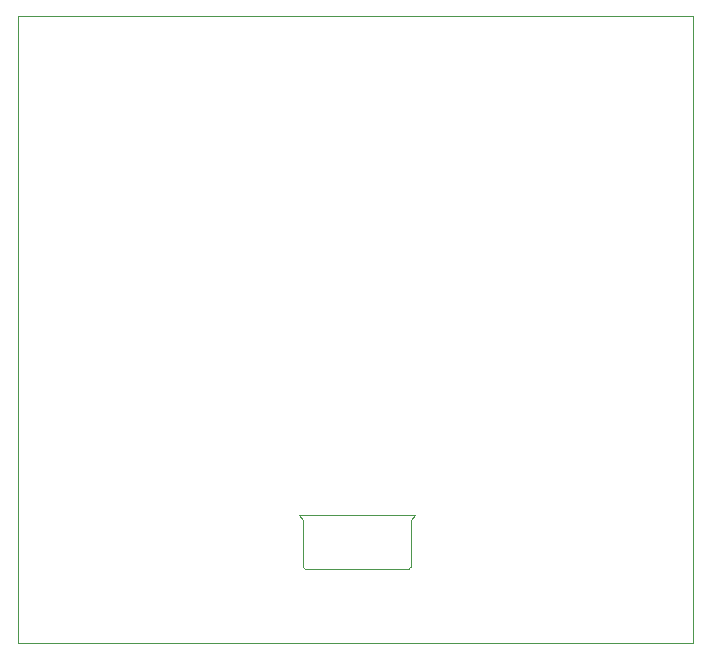
<source format=gbr>
%TF.GenerationSoftware,KiCad,Pcbnew,7.0.5*%
%TF.CreationDate,2023-08-06T14:28:48-05:00*%
%TF.ProjectId,mainv2,6d61696e-7632-42e6-9b69-6361645f7063,rev?*%
%TF.SameCoordinates,Original*%
%TF.FileFunction,Profile,NP*%
%FSLAX46Y46*%
G04 Gerber Fmt 4.6, Leading zero omitted, Abs format (unit mm)*
G04 Created by KiCad (PCBNEW 7.0.5) date 2023-08-06 14:28:48*
%MOMM*%
%LPD*%
G01*
G04 APERTURE LIST*
%TA.AperFunction,Profile*%
%ADD10C,0.100000*%
%TD*%
%TA.AperFunction,Profile*%
%ADD11C,0.010000*%
%TD*%
G04 APERTURE END LIST*
D10*
X125620000Y-71615000D02*
X182790000Y-71615000D01*
X182790000Y-124660000D01*
X125620000Y-124660000D01*
X125620000Y-71615000D01*
D11*
%TO.C,J1*%
X159300000Y-113880000D02*
X158950000Y-114230000D01*
X158950000Y-114230000D02*
X158950000Y-118240000D01*
X158800000Y-118390000D02*
X149960000Y-118390000D01*
X149810000Y-118240000D02*
X149810000Y-114230000D01*
X149810000Y-114230000D02*
X149460000Y-113880000D01*
X149460000Y-113880000D02*
X159300000Y-113880000D01*
X158800000Y-118390000D02*
G75*
G03*
X158950000Y-118240000I0J150000D01*
G01*
X149810000Y-118240000D02*
G75*
G03*
X149960000Y-118390000I150000J0D01*
G01*
%TD*%
M02*

</source>
